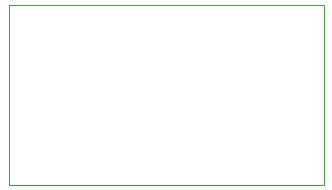
<source format=gbr>
%TF.GenerationSoftware,KiCad,Pcbnew,6.0.5-2.fc35*%
%TF.CreationDate,2022-09-23T18:34:09+02:00*%
%TF.ProjectId,Hello_ World,48656c6c-6f2c-4205-976f-726c642e6b69,rev?*%
%TF.SameCoordinates,Original*%
%TF.FileFunction,Profile,NP*%
%FSLAX46Y46*%
G04 Gerber Fmt 4.6, Leading zero omitted, Abs format (unit mm)*
G04 Created by KiCad (PCBNEW 6.0.5-2.fc35) date 2022-09-23 18:34:09*
%MOMM*%
%LPD*%
G01*
G04 APERTURE LIST*
%TA.AperFunction,Profile*%
%ADD10C,0.100000*%
%TD*%
G04 APERTURE END LIST*
D10*
X134620000Y-93345000D02*
X161290000Y-93345000D01*
X161290000Y-93345000D02*
X161290000Y-108585000D01*
X161290000Y-108585000D02*
X134620000Y-108585000D01*
X134620000Y-108585000D02*
X134620000Y-93345000D01*
M02*

</source>
